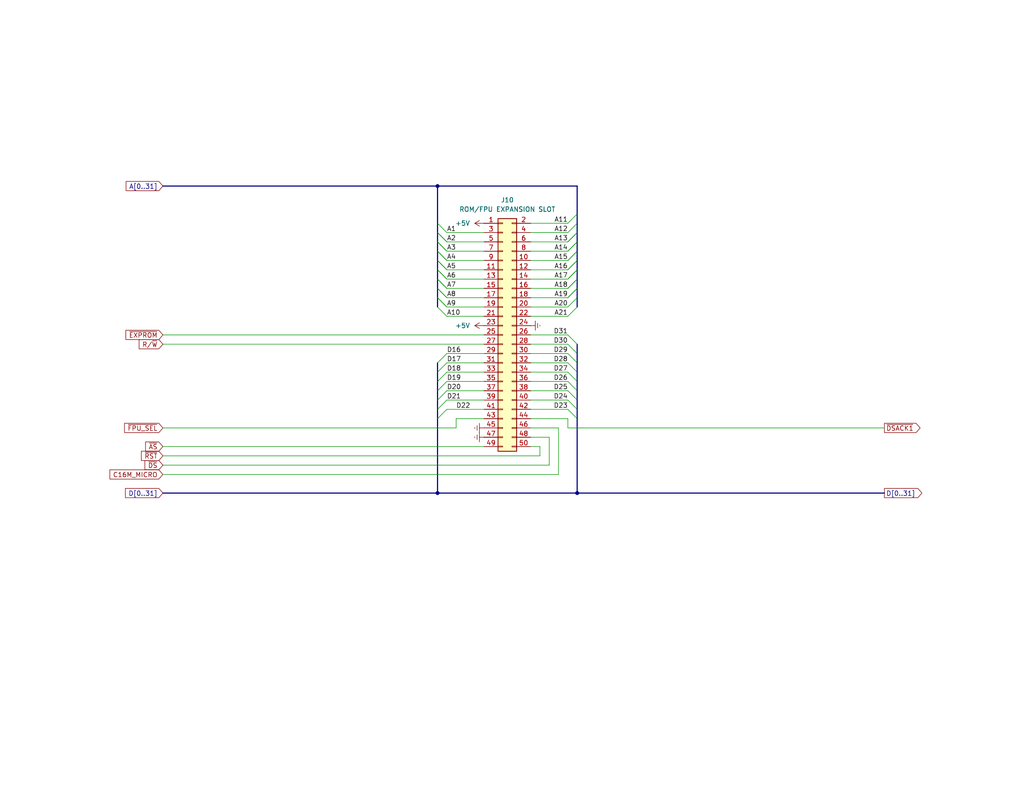
<source format=kicad_sch>
(kicad_sch (version 20250114) (generator "eeschema") (generator_version "9.0")
  (paper "USLetter")
  (title_block (title "Macintosh Classic II") (date "2025-05-29") (company "Apple Computer") (comment 1 "drawn by Bradley Bell"))
  (lib_symbols
    (symbol "Connector_Generic:Conn_02x25_Odd_Even" (pin_names (offset 1.016) (hide yes))
      (property "Reference" "J" (at 1.27 33.02 0))
      (property "Value" "Conn_02x25_Odd_Even" (at 1.27 -33.02 0))
      (symbol "Conn_02x25_Odd_Even_1_1"
        (rectangle (start -1.27 31.75) (end 3.81 -31.75) (stroke (width 0.254)) (fill (type background)))
        (rectangle (start -1.27 30.607) (end 0 30.353) (stroke (width 0.1524)))
        (rectangle (start -1.27 28.067) (end 0 27.813) (stroke (width 0.1524)))
        (rectangle (start -1.27 25.527) (end 0 25.273) (stroke (width 0.1524)))
        (rectangle (start -1.27 22.987) (end 0 22.733) (stroke (width 0.1524)))
        (rectangle (start -1.27 20.447) (end 0 20.193) (stroke (width 0.1524)))
        (rectangle (start -1.27 17.907) (end 0 17.653) (stroke (width 0.1524)))
        (rectangle (start -1.27 15.367) (end 0 15.113) (stroke (width 0.1524)))
        (rectangle (start -1.27 12.827) (end 0 12.573) (stroke (width 0.1524)))
        (rectangle (start -1.27 10.287) (end 0 10.033) (stroke (width 0.1524)))
        (rectangle (start -1.27 7.747) (end 0 7.493) (stroke (width 0.1524)))
        (rectangle (start -1.27 5.207) (end 0 4.953) (stroke (width 0.1524)))
        (rectangle (start -1.27 2.667) (end 0 2.413) (stroke (width 0.1524)))
        (rectangle (start -1.27 0.127) (end 0 -0.127) (stroke (width 0.1524)))
        (rectangle (start -1.27 -2.413) (end 0 -2.667) (stroke (width 0.1524)))
        (rectangle (start -1.27 -4.953) (end 0 -5.207) (stroke (width 0.1524)))
        (rectangle (start -1.27 -7.493) (end 0 -7.747) (stroke (width 0.1524)))
        (rectangle (start -1.27 -10.033) (end 0 -10.287) (stroke (width 0.1524)))
        (rectangle (start -1.27 -12.573) (end 0 -12.827) (stroke (width 0.1524)))
        (rectangle (start -1.27 -15.113) (end 0 -15.367) (stroke (width 0.1524)))
        (rectangle (start -1.27 -17.653) (end 0 -17.907) (stroke (width 0.1524)))
        (rectangle (start -1.27 -20.193) (end 0 -20.447) (stroke (width 0.1524)))
        (rectangle (start -1.27 -22.733) (end 0 -22.987) (stroke (width 0.1524)))
        (rectangle (start -1.27 -25.273) (end 0 -25.527) (stroke (width 0.1524)))
        (rectangle (start -1.27 -27.813) (end 0 -28.067) (stroke (width 0.1524)))
        (rectangle (start -1.27 -30.353) (end 0 -30.607) (stroke (width 0.1524)))
        (rectangle (start 3.81 30.607) (end 2.54 30.353) (stroke (width 0.1524)))
        (rectangle (start 3.81 28.067) (end 2.54 27.813) (stroke (width 0.1524)))
        (rectangle (start 3.81 25.527) (end 2.54 25.273) (stroke (width 0.1524)))
        (rectangle (start 3.81 22.987) (end 2.54 22.733) (stroke (width 0.1524)))
        (rectangle (start 3.81 20.447) (end 2.54 20.193) (stroke (width 0.1524)))
        (rectangle (start 3.81 17.907) (end 2.54 17.653) (stroke (width 0.1524)))
        (rectangle (start 3.81 15.367) (end 2.54 15.113) (stroke (width 0.1524)))
        (rectangle (start 3.81 12.827) (end 2.54 12.573) (stroke (width 0.1524)))
        (rectangle (start 3.81 10.287) (end 2.54 10.033) (stroke (width 0.1524)))
        (rectangle (start 3.81 7.747) (end 2.54 7.493) (stroke (width 0.1524)))
        (rectangle (start 3.81 5.207) (end 2.54 4.953) (stroke (width 0.1524)))
        (rectangle (start 3.81 2.667) (end 2.54 2.413) (stroke (width 0.1524)))
        (rectangle (start 3.81 0.127) (end 2.54 -0.127) (stroke (width 0.1524)))
        (rectangle (start 3.81 -2.413) (end 2.54 -2.667) (stroke (width 0.1524)))
        (rectangle (start 3.81 -4.953) (end 2.54 -5.207) (stroke (width 0.1524)))
        (rectangle (start 3.81 -7.493) (end 2.54 -7.747) (stroke (width 0.1524)))
        (rectangle (start 3.81 -10.033) (end 2.54 -10.287) (stroke (width 0.1524)))
        (rectangle (start 3.81 -12.573) (end 2.54 -12.827) (stroke (width 0.1524)))
        (rectangle (start 3.81 -15.113) (end 2.54 -15.367) (stroke (width 0.1524)))
        (rectangle (start 3.81 -17.653) (end 2.54 -17.907) (stroke (width 0.1524)))
        (rectangle (start 3.81 -20.193) (end 2.54 -20.447) (stroke (width 0.1524)))
        (rectangle (start 3.81 -22.733) (end 2.54 -22.987) (stroke (width 0.1524)))
        (rectangle (start 3.81 -25.273) (end 2.54 -25.527) (stroke (width 0.1524)))
        (rectangle (start 3.81 -27.813) (end 2.54 -28.067) (stroke (width 0.1524)))
        (rectangle (start 3.81 -30.353) (end 2.54 -30.607) (stroke (width 0.1524)))
        (pin passive line (at -5.08 30.48 0) (length 3.81) (name "Pin_1") (number "1"))
        (pin passive line (at -5.08 27.94 0) (length 3.81) (name "Pin_3") (number "3"))
        (pin passive line (at -5.08 25.4 0) (length 3.81) (name "Pin_5") (number "5"))
        (pin passive line (at -5.08 22.86 0) (length 3.81) (name "Pin_7") (number "7"))
        (pin passive line (at -5.08 20.32 0) (length 3.81) (name "Pin_9") (number "9"))
        (pin passive line (at -5.08 17.78 0) (length 3.81) (name "Pin_11") (number "11"))
        (pin passive line (at -5.08 15.24 0) (length 3.81) (name "Pin_13") (number "13"))
        (pin passive line (at -5.08 12.7 0) (length 3.81) (name "Pin_15") (number "15"))
        (pin passive line (at -5.08 10.16 0) (length 3.81) (name "Pin_17") (number "17"))
        (pin passive line (at -5.08 7.62 0) (length 3.81) (name "Pin_19") (number "19"))
        (pin passive line (at -5.08 5.08 0) (length 3.81) (name "Pin_21") (number "21"))
        (pin passive line (at -5.08 2.54 0) (length 3.81) (name "Pin_23") (number "23"))
        (pin passive line (at -5.08 0 0) (length 3.81) (name "Pin_25") (number "25"))
        (pin passive line (at -5.08 -2.54 0) (length 3.81) (name "Pin_27") (number "27"))
        (pin passive line (at -5.08 -5.08 0) (length 3.81) (name "Pin_29") (number "29"))
        (pin passive line (at -5.08 -7.62 0) (length 3.81) (name "Pin_31") (number "31"))
        (pin passive line (at -5.08 -10.16 0) (length 3.81) (name "Pin_33") (number "33"))
        (pin passive line (at -5.08 -12.7 0) (length 3.81) (name "Pin_35") (number "35"))
        (pin passive line (at -5.08 -15.24 0) (length 3.81) (name "Pin_37") (number "37"))
        (pin passive line (at -5.08 -17.78 0) (length 3.81) (name "Pin_39") (number "39"))
        (pin passive line (at -5.08 -20.32 0) (length 3.81) (name "Pin_41") (number "41"))
        (pin passive line (at -5.08 -22.86 0) (length 3.81) (name "Pin_43") (number "43"))
        (pin passive line (at -5.08 -25.4 0) (length 3.81) (name "Pin_45") (number "45"))
        (pin passive line (at -5.08 -27.94 0) (length 3.81) (name "Pin_47") (number "47"))
        (pin passive line (at -5.08 -30.48 0) (length 3.81) (name "Pin_49") (number "49"))
        (pin passive line (at 7.62 30.48 180) (length 3.81) (name "Pin_2") (number "2"))
        (pin passive line (at 7.62 27.94 180) (length 3.81) (name "Pin_4") (number "4"))
        (pin passive line (at 7.62 25.4 180) (length 3.81) (name "Pin_6") (number "6"))
        (pin passive line (at 7.62 22.86 180) (length 3.81) (name "Pin_8") (number "8"))
        (pin passive line (at 7.62 20.32 180) (length 3.81) (name "Pin_10") (number "10"))
        (pin passive line (at 7.62 17.78 180) (length 3.81) (name "Pin_12") (number "12"))
        (pin passive line (at 7.62 15.24 180) (length 3.81) (name "Pin_14") (number "14"))
        (pin passive line (at 7.62 12.7 180) (length 3.81) (name "Pin_16") (number "16"))
        (pin passive line (at 7.62 10.16 180) (length 3.81) (name "Pin_18") (number "18"))
        (pin passive line (at 7.62 7.62 180) (length 3.81) (name "Pin_20") (number "20"))
        (pin passive line (at 7.62 5.08 180) (length 3.81) (name "Pin_22") (number "22"))
        (pin passive line (at 7.62 2.54 180) (length 3.81) (name "Pin_24") (number "24"))
        (pin passive line (at 7.62 0 180) (length 3.81) (name "Pin_26") (number "26"))
        (pin passive line (at 7.62 -2.54 180) (length 3.81) (name "Pin_28") (number "28"))
        (pin passive line (at 7.62 -5.08 180) (length 3.81) (name "Pin_30") (number "30"))
        (pin passive line (at 7.62 -7.62 180) (length 3.81) (name "Pin_32") (number "32"))
        (pin passive line (at 7.62 -10.16 180) (length 3.81) (name "Pin_34") (number "34"))
        (pin passive line (at 7.62 -12.7 180) (length 3.81) (name "Pin_36") (number "36"))
        (pin passive line (at 7.62 -15.24 180) (length 3.81) (name "Pin_38") (number "38"))
        (pin passive line (at 7.62 -17.78 180) (length 3.81) (name "Pin_40") (number "40"))
        (pin passive line (at 7.62 -20.32 180) (length 3.81) (name "Pin_42") (number "42"))
        (pin passive line (at 7.62 -22.86 180) (length 3.81) (name "Pin_44") (number "44"))
        (pin passive line (at 7.62 -25.4 180) (length 3.81) (name "Pin_46") (number "46"))
        (pin passive line (at 7.62 -27.94 180) (length 3.81) (name "Pin_48") (number "48"))
        (pin passive line (at 7.62 -30.48 180) (length 3.81) (name "Pin_50") (number "50"))
      )
    )
    (symbol "power:+5V" (power) (pin_numbers (hide yes)) (pin_names (offset 0) (hide yes))
      (property "Value" "+5V" (at 0 3.556 0))
      (symbol "+5V_0_1"
        (polyline (pts (xy -0.762 1.27) (xy 0 2.54)))
        (polyline (pts (xy 0 2.54) (xy 0.762 1.27)))
        (polyline (pts (xy 0 0) (xy 0 2.54)))
      )
      (symbol "+5V_1_1"
        (pin power_in line (at 0 0 90) (length 0) (name "~") (number "1"))
      )
    )
    (symbol "power:GNDREF" (power) (pin_numbers (hide yes)) (pin_names (offset 0) (hide yes))
      (property "Value" "GNDREF" (at 0 -3.81 0))
      (symbol "GNDREF_0_1"
        (polyline (pts (xy -0.635 -1.905) (xy 0.635 -1.905)))
        (polyline (pts (xy -0.127 -2.54) (xy 0.127 -2.54)))
        (polyline (pts (xy 0 -1.27) (xy 0 0)))
        (polyline (pts (xy 1.27 -1.27) (xy -1.27 -1.27)))
      )
      (symbol "GNDREF_1_1"
        (pin power_in line (at 0 0 270) (length 0) (name "~") (number "1"))
      )
    )
  )
  (junction (at 119.38 134.62))
  (junction (at 157.48 134.62))
  (junction (at 119.38 50.8))
  (bus_entry (at 119.38 104.14) (size 2.54 -2.54))
  (bus_entry (at 157.48 78.74) (size -2.54 2.54))
  (bus_entry (at 157.48 60.96) (size -2.54 2.54))
  (bus_entry (at 157.48 73.66) (size -2.54 2.54))
  (bus_entry (at 157.48 81.28) (size -2.54 2.54))
  (bus_entry (at 119.38 63.5) (size 2.54 2.54))
  (bus_entry (at 119.38 106.68) (size 2.54 -2.54))
  (bus_entry (at 157.48 78.74) (size -2.54 2.54))
  (bus_entry (at 157.48 93.98) (size -2.54 -2.54))
  (bus_entry (at 157.48 109.22) (size -2.54 -2.54))
  (bus_entry (at 119.38 71.12) (size 2.54 2.54))
  (bus_entry (at 157.48 83.82) (size -2.54 2.54))
  (bus_entry (at 119.38 109.22) (size 2.54 -2.54))
  (bus_entry (at 119.38 83.82) (size 2.54 2.54))
  (bus_entry (at 119.38 101.6) (size 2.54 -2.54))
  (bus_entry (at 119.38 71.12) (size 2.54 2.54))
  (bus_entry (at 119.38 81.28) (size 2.54 2.54))
  (bus_entry (at 157.48 106.68) (size -2.54 -2.54))
  (bus_entry (at 157.48 101.6) (size -2.54 -2.54))
  (bus_entry (at 157.48 71.12) (size -2.54 2.54))
  (bus_entry (at 119.38 66.04) (size 2.54 2.54))
  (bus_entry (at 119.38 99.06) (size 2.54 -2.54))
  (bus_entry (at 119.38 60.96) (size 2.54 2.54))
  (bus_entry (at 157.48 58.42) (size -2.54 2.54))
  (bus_entry (at 119.38 73.66) (size 2.54 2.54))
  (bus_entry (at 119.38 68.58) (size 2.54 2.54))
  (bus_entry (at 157.48 111.76) (size -2.54 -2.54))
  (bus_entry (at 157.48 76.2) (size -2.54 2.54))
  (bus_entry (at 157.48 66.04) (size -2.54 2.54))
  (bus_entry (at 119.38 66.04) (size 2.54 2.54))
  (bus_entry (at 119.38 81.28) (size 2.54 2.54))
  (bus_entry (at 157.48 68.58) (size -2.54 2.54))
  (bus_entry (at 119.38 78.74) (size 2.54 2.54))
  (bus_entry (at 157.48 63.5) (size -2.54 2.54))
  (bus_entry (at 119.38 76.2) (size 2.54 2.54))
  (bus_entry (at 157.48 99.06) (size -2.54 -2.54))
  (bus_entry (at 119.38 76.2) (size 2.54 2.54))
  (bus_entry (at 119.38 63.5) (size 2.54 2.54))
  (bus_entry (at 157.48 104.14) (size -2.54 -2.54))
  (bus_entry (at 119.38 111.76) (size 2.54 -2.54))
  (bus_entry (at 157.48 73.66) (size -2.54 2.54))
  (bus_entry (at 157.48 114.3) (size -2.54 -2.54))
  (bus_entry (at 119.38 114.3) (size 2.54 -2.54))
  (bus_entry (at 157.48 68.58) (size -2.54 2.54))
  (bus_entry (at 119.38 78.74) (size 2.54 2.54))
  (bus_entry (at 157.48 96.52) (size -2.54 -2.54))
  (bus_entry (at 157.48 66.04) (size -2.54 2.54))
  (bus_entry (at 157.48 71.12) (size -2.54 2.54))
  (bus_entry (at 119.38 73.66) (size 2.54 2.54))
  (bus_entry (at 157.48 63.5) (size -2.54 2.54))
  (bus_entry (at 119.38 68.58) (size 2.54 2.54))
  (bus_entry (at 157.48 76.2) (size -2.54 2.54))
  (bus (pts (xy 119.38 111.76) (xy 119.38 114.3)))
  (wire (pts (xy 152.4 116.84) (xy 152.4 129.54)))
  (bus (pts (xy 157.48 109.22) (xy 157.48 111.76)))
  (wire (pts (xy 154.94 114.3) (xy 154.94 116.84)))
  (bus (pts (xy 119.38 71.12) (xy 119.38 73.66)))
  (bus (pts (xy 157.48 104.14) (xy 157.48 106.68)))
  (bus (pts (xy 119.38 81.28) (xy 119.38 78.74)))
  (bus (pts (xy 157.48 111.76) (xy 157.48 114.3)))
  (wire (pts (xy 121.92 63.5) (xy 132.08 63.5)))
  (bus (pts (xy 157.48 71.12) (xy 157.48 68.58)))
  (wire (pts (xy 154.94 116.84) (xy 241.3 116.84)))
  (wire (pts (xy 144.78 114.3) (xy 154.94 114.3)))
  (wire (pts (xy 121.92 106.68) (xy 132.08 106.68)))
  (wire (pts (xy 121.92 73.66) (xy 132.08 73.66)))
  (bus (pts (xy 119.38 134.62) (xy 44.45 134.62)))
  (wire (pts (xy 154.94 83.82) (xy 144.78 83.82)))
  (wire (pts (xy 154.94 76.2) (xy 144.78 76.2)))
  (bus (pts (xy 157.48 63.5) (xy 157.48 60.96)))
  (wire (pts (xy 154.94 106.68) (xy 144.78 106.68)))
  (wire (pts (xy 121.92 111.76) (xy 132.08 111.76)))
  (wire (pts (xy 124.46 116.84) (xy 124.46 114.3)))
  (bus (pts (xy 157.48 114.3) (xy 157.48 134.62)))
  (wire (pts (xy 154.94 81.28) (xy 144.78 81.28)))
  (wire (pts (xy 121.92 71.12) (xy 132.08 71.12)))
  (wire (pts (xy 121.92 81.28) (xy 132.08 81.28)))
  (wire (pts (xy 154.94 60.96) (xy 144.78 60.96)))
  (wire (pts (xy 121.92 78.74) (xy 132.08 78.74)))
  (wire (pts (xy 154.94 63.5) (xy 144.78 63.5)))
  (bus (pts (xy 157.48 134.62) (xy 241.3 134.62)))
  (bus (pts (xy 157.48 106.68) (xy 157.48 109.22)))
  (bus (pts (xy 157.48 83.82) (xy 157.48 81.28)))
  (bus (pts (xy 157.48 101.6) (xy 157.48 104.14)))
  (wire (pts (xy 44.45 116.84) (xy 124.46 116.84)))
  (bus (pts (xy 119.38 68.58) (xy 119.38 66.04)))
  (bus (pts (xy 157.48 99.06) (xy 157.48 101.6)))
  (wire (pts (xy 121.92 86.36) (xy 132.08 86.36)))
  (wire (pts (xy 144.78 121.92) (xy 147.32 121.92)))
  (bus (pts (xy 157.48 93.98) (xy 157.48 96.52)))
  (wire (pts (xy 121.92 76.2) (xy 132.08 76.2)))
  (wire (pts (xy 154.94 66.04) (xy 144.78 66.04)))
  (bus (pts (xy 119.38 78.74) (xy 119.38 76.2)))
  (bus (pts (xy 119.38 73.66) (xy 119.38 76.2)))
  (wire (pts (xy 154.94 93.98) (xy 144.78 93.98)))
  (wire (pts (xy 154.94 104.14) (xy 144.78 104.14)))
  (bus (pts (xy 157.48 68.58) (xy 157.48 66.04)))
  (bus (pts (xy 119.38 106.68) (xy 119.38 109.22)))
  (wire (pts (xy 154.94 96.52) (xy 144.78 96.52)))
  (wire (pts (xy 44.45 93.98) (xy 132.08 93.98)))
  (wire (pts (xy 147.32 121.92) (xy 147.32 124.46)))
  (wire (pts (xy 44.45 129.54) (xy 152.4 129.54)))
  (bus (pts (xy 119.38 68.58) (xy 119.38 71.12)))
  (wire (pts (xy 154.94 73.66) (xy 144.78 73.66)))
  (bus (pts (xy 119.38 101.6) (xy 119.38 104.14)))
  (wire (pts (xy 121.92 104.14) (xy 132.08 104.14)))
  (wire (pts (xy 121.92 83.82) (xy 132.08 83.82)))
  (wire (pts (xy 44.45 124.46) (xy 147.32 124.46)))
  (wire (pts (xy 121.92 96.52) (xy 132.08 96.52)))
  (wire (pts (xy 121.92 109.22) (xy 132.08 109.22)))
  (wire (pts (xy 121.92 68.58) (xy 132.08 68.58)))
  (wire (pts (xy 154.94 101.6) (xy 144.78 101.6)))
  (wire (pts (xy 154.94 71.12) (xy 144.78 71.12)))
  (bus (pts (xy 119.38 83.82) (xy 119.38 81.28)))
  (bus (pts (xy 157.48 96.52) (xy 157.48 99.06)))
  (bus (pts (xy 157.48 73.66) (xy 157.48 71.12)))
  (wire (pts (xy 154.94 68.58) (xy 144.78 68.58)))
  (wire (pts (xy 124.46 114.3) (xy 132.08 114.3)))
  (wire (pts (xy 154.94 99.06) (xy 144.78 99.06)))
  (wire (pts (xy 121.92 101.6) (xy 132.08 101.6)))
  (bus (pts (xy 157.48 50.8) (xy 157.48 58.42)))
  (bus (pts (xy 119.38 109.22) (xy 119.38 111.76)))
  (bus (pts (xy 119.38 114.3) (xy 119.38 134.62)))
  (bus (pts (xy 119.38 50.8) (xy 157.48 50.8)))
  (wire (pts (xy 44.45 121.92) (xy 132.08 121.92)))
  (wire (pts (xy 154.94 78.74) (xy 144.78 78.74)))
  (bus (pts (xy 157.48 81.28) (xy 157.48 78.74)))
  (bus (pts (xy 157.48 66.04) (xy 157.48 63.5)))
  (bus (pts (xy 119.38 134.62) (xy 157.48 134.62)))
  (bus (pts (xy 119.38 99.06) (xy 119.38 101.6)))
  (bus (pts (xy 44.45 50.8) (xy 119.38 50.8)))
  (bus (pts (xy 119.38 66.04) (xy 119.38 63.5)))
  (bus (pts (xy 119.38 63.5) (xy 119.38 60.96)))
  (wire (pts (xy 149.86 119.38) (xy 149.86 127)))
  (wire (pts (xy 154.94 86.36) (xy 144.78 86.36)))
  (bus (pts (xy 157.48 60.96) (xy 157.48 58.42)))
  (bus (pts (xy 157.48 76.2) (xy 157.48 73.66)))
  (wire (pts (xy 154.94 111.76) (xy 144.78 111.76)))
  (wire (pts (xy 44.45 91.44) (xy 132.08 91.44)))
  (wire (pts (xy 44.45 127) (xy 149.86 127)))
  (wire (pts (xy 121.92 66.04) (xy 132.08 66.04)))
  (wire (pts (xy 154.94 91.44) (xy 144.78 91.44)))
  (wire (pts (xy 121.92 99.06) (xy 132.08 99.06)))
  (wire (pts (xy 154.94 109.22) (xy 144.78 109.22)))
  (bus (pts (xy 119.38 60.96) (xy 119.38 50.8)))
  (bus (pts (xy 157.48 78.74) (xy 157.48 76.2)))
  (wire (pts (xy 144.78 119.38) (xy 149.86 119.38)))
  (wire (pts (xy 144.78 116.84) (xy 152.4 116.84)))
  (bus (pts (xy 119.38 104.14) (xy 119.38 106.68)))
  (label "A10" (at 121.92 86.36 0))
  (label "D31" (at 154.94 91.44 180))
  (label "A6" (at 121.92 76.2 0))
  (label "A12" (at 154.94 63.5 180))
  (label "A14" (at 154.94 68.58 180))
  (label "A21" (at 154.94 86.36 180))
  (label "A11" (at 154.94 60.96 180))
  (label "A17" (at 154.94 76.2 180))
  (label "A16" (at 154.94 73.66 180))
  (label "D30" (at 154.94 93.98 180))
  (label "D19" (at 121.92 104.14 0))
  (label "A2" (at 121.92 66.04 0))
  (label "A9" (at 121.92 83.82 0))
  (label "A4" (at 121.92 71.12 0))
  (label "A1" (at 121.92 63.5 0))
  (label "D17" (at 121.92 99.06 0))
  (label "D16" (at 121.92 96.52 0))
  (label "D27" (at 154.94 101.6 180))
  (label "A19" (at 154.94 81.28 180))
  (label "A5" (at 121.92 73.66 0))
  (label "A20" (at 154.94 83.82 180))
  (label "D22" (at 124.46 111.76 0))
  (label "A13" (at 154.94 66.04 180))
  (label "A3" (at 121.92 68.58 0))
  (label "D25" (at 154.94 106.68 180))
  (label "A7" (at 121.92 78.74 0))
  (label "A8" (at 121.92 81.28 0))
  (label "D23" (at 154.94 111.76 180))
  (label "D26" (at 154.94 104.14 180))
  (label "A18" (at 154.94 78.74 180))
  (label "D28" (at 154.94 99.06 180))
  (label "D21" (at 121.92 109.22 0))
  (label "D24" (at 154.94 109.22 180))
  (label "D29" (at 154.94 96.52 180))
  (label "D20" (at 121.92 106.68 0))
  (label "A15" (at 154.94 71.12 180))
  (label "D18" (at 121.92 101.6 0))
  (global_label "~{DS}" (shape input) (at 44.45 127 180) (property "Intersheetrefs" "${INTERSHEET_REFS}" (at 38.9853 127 0) (effects (justify right))))
  (global_label "D[0..31]" (shape output) (at 241.3 134.62 0) (property "Intersheetrefs" "${INTERSHEET_REFS}" (at 252.0867 134.62 0) (effects (justify left))))
  (global_label "A[0..31]" (shape input) (at 44.45 50.8 180) (property "Intersheetrefs" "${INTERSHEET_REFS}" (at 33.8447 50.8 0) (effects (justify right))))
  (global_label "~{RST}" (shape input) (at 44.45 124.46 180) (property "Intersheetrefs" "${INTERSHEET_REFS}" (at 38.0177 124.46 0) (effects (justify right))))
  (global_label "~{DSACK1}" (shape output) (at 241.3 116.84 0) (property "Intersheetrefs" "${INTERSHEET_REFS}" (at 251.6028 116.84 0) (effects (justify left))))
  (global_label "R{slash}~{W}" (shape input) (at 44.45 93.98 180) (property "Intersheetrefs" "${INTERSHEET_REFS}" (at 37.4129 93.98 0) (effects (justify right))))
  (global_label "C16M_MICRO" (shape input) (at 44.45 129.54 180) (property "Intersheetrefs" "${INTERSHEET_REFS}" (at 29.4301 129.54 0) (effects (justify right))))
  (global_label "~{FPU_SEL}" (shape input) (at 44.45 116.84 180) (property "Intersheetrefs" "${INTERSHEET_REFS}" (at 33.4215 116.84 0) (effects (justify right))))
  (global_label "~{AS}" (shape input) (at 44.45 121.92 180) (property "Intersheetrefs" "${INTERSHEET_REFS}" (at 39.1667 121.92 0) (effects (justify right))))
  (global_label "D[0..31]" (shape input) (at 44.45 134.62 180) (property "Intersheetrefs" "${INTERSHEET_REFS}" (at 33.6633 134.62 0) (effects (justify right))))
  (global_label "~{EXPROM}" (shape input) (at 44.45 91.44 180) (property "Intersheetrefs" "${INTERSHEET_REFS}" (at 33.7844 91.44 0) (effects (justify right))))
  (symbol (lib_id "Connector_Generic:Conn_02x25_Odd_Even") (at 137.16 91.44 0) (unit 1)
    (property "Reference" "J10" (at 138.43 54.61 0))
    (property "Value" "ROM/FPU EXPANSION SLOT" (at 138.43 57.15 0))
    (property "Footprint" "MyPackage:MacClassicROMFPU_2x25_P2.54mm_Vertical" (effects (hide yes)))
    (property "Description" "Generic connector, double row, 02x25, odd/even pin numbering scheme (row 1 odd numbers, row 2 even numbers), script generated (kicad-library-utils/schlib/autogen/connector/)" (effects (hide yes)))
  )
  (symbol (lib_id "power:+5V") (at 132.08 88.9 90) (unit 1)
    (property "Reference" "#PWR048" (effects (hide yes)))
    (property "Value" "+5V" (at 128.27 88.8999 90) (effects (justify left)))
    (property "Description" "Power symbol creates a global label with name \"+5V\"" (effects (hide yes)))
  )
  (symbol (lib_id "power:GNDREF") (at 144.78 88.9 90) (unit 1)
    (property "Reference" "#PWR051" (effects (hide yes)))
    (property "Value" "GND" (effects (hide yes)))
    (property "Description" "Power symbol creates a global label with name \"GNDREF\" , reference supply ground" (effects (hide yes)))
  )
  (symbol (lib_id "power:GNDREF") (at 132.08 119.38 270) (unit 1)
    (property "Reference" "#PWR050" (effects (hide yes)))
    (property "Value" "GND" (effects (hide yes)))
    (property "Description" "Power symbol creates a global label with name \"GNDREF\" , reference supply ground" (effects (hide yes)))
  )
  (symbol (lib_id "power:+5V") (at 132.08 60.96 90) (unit 1)
    (property "Reference" "#PWR034" (effects (hide yes)))
    (property "Value" "+5V" (at 128.27 60.9599 90) (effects (justify left)))
    (property "Description" "Power symbol creates a global label with name \"+5V\"" (effects (hide yes)))
  )
  (symbol (lib_id "power:GNDREF") (at 132.08 116.84 270) (unit 1)
    (property "Reference" "#PWR049" (effects (hide yes)))
    (property "Value" "GND" (effects (hide yes)))
    (property "Description" "Power symbol creates a global label with name \"GNDREF\" , reference supply ground" (effects (hide yes)))
  )
)
</source>
